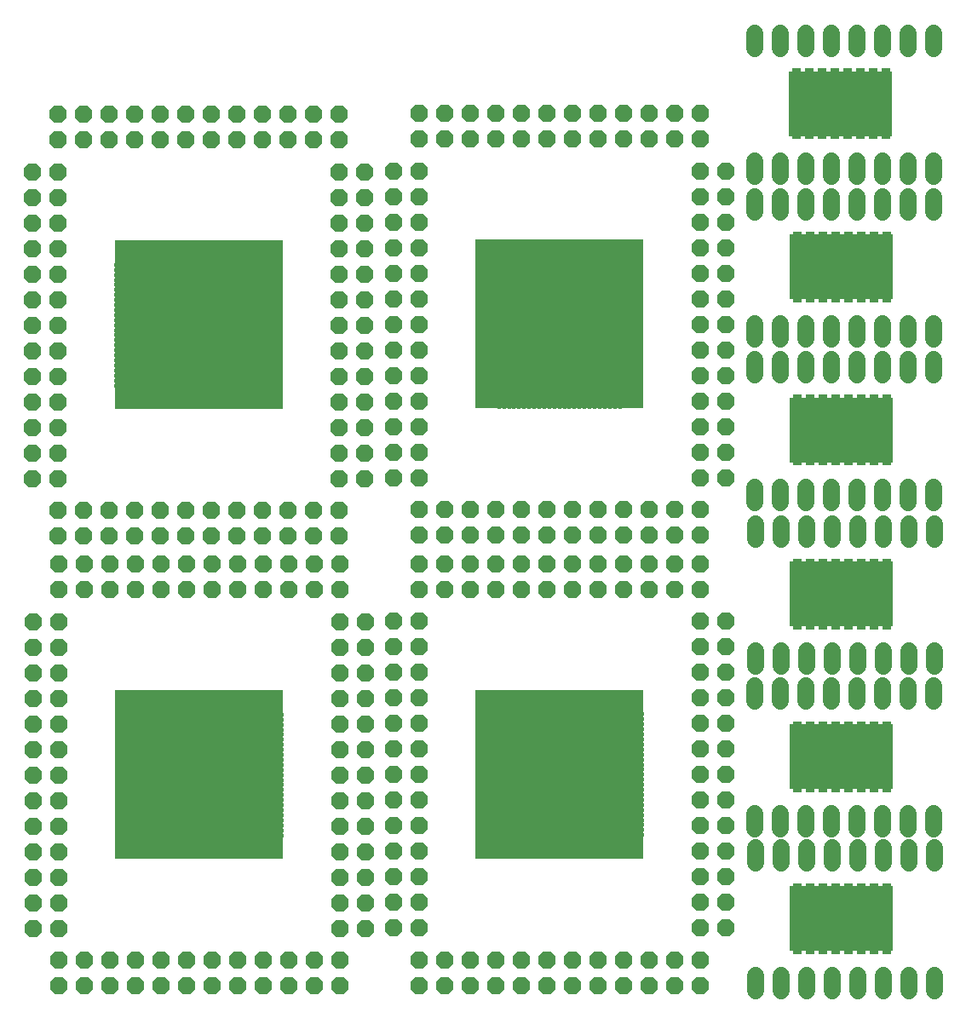
<source format=gbr>
G04 EAGLE Gerber X2 export*
%TF.Part,Single*%
%TF.FileFunction,Soldermask,Top,1*%
%TF.FilePolarity,Negative*%
%TF.GenerationSoftware,Autodesk,EAGLE,8.7.0*%
%TF.CreationDate,2018-03-14T20:50:37Z*%
G75*
%MOMM*%
%FSLAX34Y34*%
%LPD*%
%AMOC8*
5,1,8,0,0,1.08239X$1,22.5*%
G01*
%ADD10R,1.012500X0.400000*%
%ADD11R,0.400000X1.012500*%
%ADD12P,1.869504X8X292.500000*%
%ADD13P,1.869504X8X22.500000*%
%ADD14C,1.727200*%
%ADD15R,0.838200X1.727200*%

G36*
X622292Y589477D02*
X622292Y589477D01*
X622343Y589479D01*
X622375Y589497D01*
X622411Y589505D01*
X622450Y589538D01*
X622495Y589562D01*
X622516Y589592D01*
X622544Y589615D01*
X622565Y589662D01*
X622595Y589704D01*
X622603Y589746D01*
X622615Y589774D01*
X622614Y589804D01*
X622622Y589846D01*
X622622Y756846D01*
X622611Y756896D01*
X622609Y756947D01*
X622591Y756979D01*
X622583Y757015D01*
X622550Y757054D01*
X622526Y757099D01*
X622496Y757120D01*
X622473Y757148D01*
X622426Y757169D01*
X622384Y757199D01*
X622342Y757207D01*
X622314Y757219D01*
X622284Y757218D01*
X622242Y757226D01*
X456242Y757226D01*
X456192Y757215D01*
X456141Y757213D01*
X456109Y757195D01*
X456073Y757187D01*
X456034Y757154D01*
X455989Y757130D01*
X455968Y757100D01*
X455940Y757077D01*
X455919Y757030D01*
X455889Y756988D01*
X455881Y756946D01*
X455869Y756918D01*
X455870Y756888D01*
X455862Y756846D01*
X455862Y589846D01*
X455873Y589796D01*
X455875Y589745D01*
X455893Y589713D01*
X455901Y589677D01*
X455934Y589638D01*
X455958Y589593D01*
X455988Y589572D01*
X456011Y589544D01*
X456058Y589523D01*
X456100Y589493D01*
X456142Y589485D01*
X456170Y589473D01*
X456200Y589474D01*
X456242Y589466D01*
X622242Y589466D01*
X622292Y589477D01*
G37*
G36*
X263644Y588715D02*
X263644Y588715D01*
X263695Y588717D01*
X263727Y588735D01*
X263763Y588743D01*
X263802Y588776D01*
X263847Y588800D01*
X263868Y588830D01*
X263896Y588853D01*
X263917Y588900D01*
X263947Y588942D01*
X263955Y588984D01*
X263967Y589012D01*
X263966Y589042D01*
X263974Y589084D01*
X263974Y756084D01*
X263963Y756134D01*
X263961Y756185D01*
X263943Y756217D01*
X263935Y756253D01*
X263902Y756292D01*
X263878Y756337D01*
X263848Y756358D01*
X263825Y756386D01*
X263778Y756407D01*
X263736Y756437D01*
X263694Y756445D01*
X263666Y756457D01*
X263636Y756456D01*
X263594Y756464D01*
X97594Y756464D01*
X97544Y756453D01*
X97493Y756451D01*
X97461Y756433D01*
X97425Y756425D01*
X97386Y756392D01*
X97341Y756368D01*
X97320Y756338D01*
X97292Y756315D01*
X97271Y756268D01*
X97241Y756226D01*
X97233Y756184D01*
X97221Y756156D01*
X97222Y756126D01*
X97214Y756084D01*
X97214Y589084D01*
X97225Y589034D01*
X97227Y588983D01*
X97245Y588951D01*
X97253Y588915D01*
X97286Y588876D01*
X97310Y588831D01*
X97340Y588810D01*
X97363Y588782D01*
X97410Y588761D01*
X97452Y588731D01*
X97494Y588723D01*
X97522Y588711D01*
X97552Y588712D01*
X97594Y588704D01*
X263594Y588704D01*
X263644Y588715D01*
G37*
G36*
X622546Y141929D02*
X622546Y141929D01*
X622597Y141931D01*
X622629Y141949D01*
X622665Y141957D01*
X622704Y141990D01*
X622749Y142014D01*
X622770Y142044D01*
X622798Y142067D01*
X622819Y142114D01*
X622849Y142156D01*
X622857Y142198D01*
X622869Y142226D01*
X622868Y142256D01*
X622876Y142298D01*
X622876Y309298D01*
X622865Y309348D01*
X622863Y309399D01*
X622845Y309431D01*
X622837Y309467D01*
X622804Y309506D01*
X622780Y309551D01*
X622750Y309572D01*
X622727Y309600D01*
X622680Y309621D01*
X622638Y309651D01*
X622596Y309659D01*
X622568Y309671D01*
X622538Y309670D01*
X622496Y309678D01*
X456496Y309678D01*
X456446Y309667D01*
X456395Y309665D01*
X456363Y309647D01*
X456327Y309639D01*
X456288Y309606D01*
X456243Y309582D01*
X456222Y309552D01*
X456194Y309529D01*
X456173Y309482D01*
X456143Y309440D01*
X456135Y309398D01*
X456123Y309370D01*
X456124Y309340D01*
X456116Y309298D01*
X456116Y142298D01*
X456127Y142248D01*
X456129Y142197D01*
X456147Y142165D01*
X456155Y142129D01*
X456188Y142090D01*
X456212Y142045D01*
X456242Y142024D01*
X456265Y141996D01*
X456312Y141975D01*
X456354Y141945D01*
X456396Y141937D01*
X456424Y141925D01*
X456454Y141926D01*
X456496Y141918D01*
X622496Y141918D01*
X622546Y141929D01*
G37*
G36*
X264406Y141675D02*
X264406Y141675D01*
X264457Y141677D01*
X264489Y141695D01*
X264525Y141703D01*
X264564Y141736D01*
X264609Y141760D01*
X264630Y141790D01*
X264658Y141813D01*
X264679Y141860D01*
X264709Y141902D01*
X264717Y141944D01*
X264729Y141972D01*
X264728Y142002D01*
X264736Y142044D01*
X264736Y309044D01*
X264725Y309094D01*
X264723Y309145D01*
X264705Y309177D01*
X264697Y309213D01*
X264664Y309252D01*
X264640Y309297D01*
X264610Y309318D01*
X264587Y309346D01*
X264540Y309367D01*
X264498Y309397D01*
X264456Y309405D01*
X264428Y309417D01*
X264398Y309416D01*
X264356Y309424D01*
X98356Y309424D01*
X98306Y309413D01*
X98255Y309411D01*
X98223Y309393D01*
X98187Y309385D01*
X98148Y309352D01*
X98103Y309328D01*
X98082Y309298D01*
X98054Y309275D01*
X98033Y309228D01*
X98003Y309186D01*
X97995Y309144D01*
X97983Y309116D01*
X97984Y309086D01*
X97976Y309044D01*
X97976Y142044D01*
X97987Y141994D01*
X97989Y141943D01*
X98007Y141911D01*
X98015Y141875D01*
X98048Y141836D01*
X98072Y141791D01*
X98102Y141770D01*
X98125Y141742D01*
X98172Y141721D01*
X98214Y141691D01*
X98256Y141683D01*
X98284Y141671D01*
X98314Y141672D01*
X98356Y141664D01*
X264356Y141664D01*
X264406Y141675D01*
G37*
G36*
X869492Y859929D02*
X869492Y859929D01*
X869543Y859931D01*
X869575Y859949D01*
X869611Y859957D01*
X869650Y859990D01*
X869695Y860014D01*
X869716Y860044D01*
X869744Y860067D01*
X869765Y860114D01*
X869795Y860156D01*
X869803Y860198D01*
X869815Y860226D01*
X869814Y860256D01*
X869822Y860298D01*
X869822Y923798D01*
X869811Y923848D01*
X869809Y923899D01*
X869791Y923931D01*
X869783Y923967D01*
X869750Y924006D01*
X869726Y924051D01*
X869696Y924072D01*
X869673Y924100D01*
X869626Y924121D01*
X869584Y924151D01*
X869542Y924159D01*
X869514Y924171D01*
X869484Y924170D01*
X869442Y924178D01*
X767842Y924178D01*
X767792Y924167D01*
X767741Y924165D01*
X767709Y924147D01*
X767673Y924139D01*
X767634Y924106D01*
X767589Y924082D01*
X767568Y924052D01*
X767540Y924029D01*
X767519Y923982D01*
X767489Y923940D01*
X767481Y923898D01*
X767469Y923870D01*
X767470Y923840D01*
X767462Y923798D01*
X767462Y860298D01*
X767473Y860248D01*
X767475Y860197D01*
X767493Y860165D01*
X767501Y860129D01*
X767534Y860090D01*
X767558Y860045D01*
X767588Y860024D01*
X767611Y859996D01*
X767658Y859975D01*
X767700Y859945D01*
X767742Y859937D01*
X767770Y859925D01*
X767800Y859926D01*
X767842Y859918D01*
X869442Y859918D01*
X869492Y859929D01*
G37*
G36*
X870000Y697877D02*
X870000Y697877D01*
X870051Y697879D01*
X870083Y697897D01*
X870119Y697905D01*
X870158Y697938D01*
X870203Y697962D01*
X870224Y697992D01*
X870252Y698015D01*
X870273Y698062D01*
X870303Y698104D01*
X870311Y698146D01*
X870323Y698174D01*
X870322Y698204D01*
X870330Y698246D01*
X870330Y761746D01*
X870319Y761796D01*
X870317Y761847D01*
X870299Y761879D01*
X870291Y761915D01*
X870258Y761954D01*
X870234Y761999D01*
X870204Y762020D01*
X870181Y762048D01*
X870134Y762069D01*
X870092Y762099D01*
X870050Y762107D01*
X870022Y762119D01*
X869992Y762118D01*
X869950Y762126D01*
X768350Y762126D01*
X768300Y762115D01*
X768249Y762113D01*
X768217Y762095D01*
X768181Y762087D01*
X768142Y762054D01*
X768097Y762030D01*
X768076Y762000D01*
X768048Y761977D01*
X768027Y761930D01*
X767997Y761888D01*
X767989Y761846D01*
X767977Y761818D01*
X767978Y761788D01*
X767970Y761746D01*
X767970Y698246D01*
X767981Y698196D01*
X767983Y698145D01*
X768001Y698113D01*
X768009Y698077D01*
X768042Y698038D01*
X768066Y697993D01*
X768096Y697972D01*
X768119Y697944D01*
X768166Y697923D01*
X768208Y697893D01*
X768250Y697885D01*
X768278Y697873D01*
X768308Y697874D01*
X768350Y697866D01*
X869950Y697866D01*
X870000Y697877D01*
G37*
G36*
X870000Y535825D02*
X870000Y535825D01*
X870051Y535827D01*
X870083Y535845D01*
X870119Y535853D01*
X870158Y535886D01*
X870203Y535910D01*
X870224Y535940D01*
X870252Y535963D01*
X870273Y536010D01*
X870303Y536052D01*
X870311Y536094D01*
X870323Y536122D01*
X870322Y536152D01*
X870330Y536194D01*
X870330Y599694D01*
X870319Y599744D01*
X870317Y599795D01*
X870299Y599827D01*
X870291Y599863D01*
X870258Y599902D01*
X870234Y599947D01*
X870204Y599968D01*
X870181Y599996D01*
X870134Y600017D01*
X870092Y600047D01*
X870050Y600055D01*
X870022Y600067D01*
X869992Y600066D01*
X869950Y600074D01*
X768350Y600074D01*
X768300Y600063D01*
X768249Y600061D01*
X768217Y600043D01*
X768181Y600035D01*
X768142Y600002D01*
X768097Y599978D01*
X768076Y599948D01*
X768048Y599925D01*
X768027Y599878D01*
X767997Y599836D01*
X767989Y599794D01*
X767977Y599766D01*
X767978Y599736D01*
X767970Y599694D01*
X767970Y536194D01*
X767981Y536144D01*
X767983Y536093D01*
X768001Y536061D01*
X768009Y536025D01*
X768042Y535986D01*
X768066Y535941D01*
X768096Y535920D01*
X768119Y535892D01*
X768166Y535871D01*
X768208Y535841D01*
X768250Y535833D01*
X768278Y535821D01*
X768308Y535822D01*
X768350Y535814D01*
X869950Y535814D01*
X870000Y535825D01*
G37*
G36*
X870254Y372757D02*
X870254Y372757D01*
X870305Y372759D01*
X870337Y372777D01*
X870373Y372785D01*
X870412Y372818D01*
X870457Y372842D01*
X870478Y372872D01*
X870506Y372895D01*
X870527Y372942D01*
X870557Y372984D01*
X870565Y373026D01*
X870577Y373054D01*
X870576Y373084D01*
X870584Y373126D01*
X870584Y436626D01*
X870573Y436676D01*
X870571Y436727D01*
X870553Y436759D01*
X870545Y436795D01*
X870512Y436834D01*
X870488Y436879D01*
X870458Y436900D01*
X870435Y436928D01*
X870388Y436949D01*
X870346Y436979D01*
X870304Y436987D01*
X870276Y436999D01*
X870246Y436998D01*
X870204Y437006D01*
X768604Y437006D01*
X768554Y436995D01*
X768503Y436993D01*
X768471Y436975D01*
X768435Y436967D01*
X768396Y436934D01*
X768351Y436910D01*
X768330Y436880D01*
X768302Y436857D01*
X768281Y436810D01*
X768251Y436768D01*
X768243Y436726D01*
X768231Y436698D01*
X768232Y436668D01*
X768224Y436626D01*
X768224Y373126D01*
X768235Y373076D01*
X768237Y373025D01*
X768255Y372993D01*
X768263Y372957D01*
X768296Y372918D01*
X768320Y372873D01*
X768350Y372852D01*
X768373Y372824D01*
X768420Y372803D01*
X768462Y372773D01*
X768504Y372765D01*
X768532Y372753D01*
X768562Y372754D01*
X768604Y372746D01*
X870204Y372746D01*
X870254Y372757D01*
G37*
G36*
X870000Y211213D02*
X870000Y211213D01*
X870051Y211215D01*
X870083Y211233D01*
X870119Y211241D01*
X870158Y211274D01*
X870203Y211298D01*
X870224Y211328D01*
X870252Y211351D01*
X870273Y211398D01*
X870303Y211440D01*
X870311Y211482D01*
X870323Y211510D01*
X870322Y211540D01*
X870330Y211582D01*
X870330Y275082D01*
X870319Y275132D01*
X870317Y275183D01*
X870299Y275215D01*
X870291Y275251D01*
X870258Y275290D01*
X870234Y275335D01*
X870204Y275356D01*
X870181Y275384D01*
X870134Y275405D01*
X870092Y275435D01*
X870050Y275443D01*
X870022Y275455D01*
X869992Y275454D01*
X869950Y275462D01*
X768350Y275462D01*
X768300Y275451D01*
X768249Y275449D01*
X768217Y275431D01*
X768181Y275423D01*
X768142Y275390D01*
X768097Y275366D01*
X768076Y275336D01*
X768048Y275313D01*
X768027Y275266D01*
X767997Y275224D01*
X767989Y275182D01*
X767977Y275154D01*
X767978Y275124D01*
X767970Y275082D01*
X767970Y211582D01*
X767981Y211532D01*
X767983Y211481D01*
X768001Y211449D01*
X768009Y211413D01*
X768042Y211374D01*
X768066Y211329D01*
X768096Y211308D01*
X768119Y211280D01*
X768166Y211259D01*
X768208Y211229D01*
X768250Y211221D01*
X768278Y211209D01*
X768308Y211210D01*
X768350Y211202D01*
X869950Y211202D01*
X870000Y211213D01*
G37*
G36*
X870508Y50431D02*
X870508Y50431D01*
X870559Y50433D01*
X870591Y50451D01*
X870627Y50459D01*
X870666Y50492D01*
X870711Y50516D01*
X870732Y50546D01*
X870760Y50569D01*
X870781Y50616D01*
X870811Y50658D01*
X870819Y50700D01*
X870831Y50728D01*
X870830Y50758D01*
X870838Y50800D01*
X870838Y114300D01*
X870827Y114350D01*
X870825Y114401D01*
X870807Y114433D01*
X870799Y114469D01*
X870766Y114508D01*
X870742Y114553D01*
X870712Y114574D01*
X870689Y114602D01*
X870642Y114623D01*
X870600Y114653D01*
X870558Y114661D01*
X870530Y114673D01*
X870500Y114672D01*
X870458Y114680D01*
X768858Y114680D01*
X768808Y114669D01*
X768757Y114667D01*
X768725Y114649D01*
X768689Y114641D01*
X768650Y114608D01*
X768605Y114584D01*
X768584Y114554D01*
X768556Y114531D01*
X768535Y114484D01*
X768505Y114442D01*
X768497Y114400D01*
X768485Y114372D01*
X768486Y114342D01*
X768478Y114300D01*
X768478Y50800D01*
X768489Y50750D01*
X768491Y50699D01*
X768509Y50667D01*
X768517Y50631D01*
X768550Y50592D01*
X768574Y50547D01*
X768604Y50526D01*
X768627Y50498D01*
X768674Y50477D01*
X768716Y50447D01*
X768758Y50439D01*
X768786Y50427D01*
X768816Y50428D01*
X768858Y50420D01*
X870458Y50420D01*
X870508Y50431D01*
G37*
D10*
X102794Y285044D03*
X102794Y280044D03*
X102794Y275044D03*
X102794Y270044D03*
X102794Y265044D03*
X102794Y260044D03*
X102794Y255044D03*
X102794Y250044D03*
X102794Y245044D03*
X102794Y240044D03*
X102794Y235044D03*
X102794Y230044D03*
X102794Y225044D03*
X102794Y220044D03*
X102794Y215044D03*
X102794Y210044D03*
X102794Y205044D03*
X102794Y200044D03*
X102794Y195044D03*
X102794Y190044D03*
X102794Y185044D03*
X102794Y180044D03*
X102794Y175044D03*
X102794Y170044D03*
X102794Y165044D03*
D11*
X121356Y146482D03*
X126356Y146482D03*
X131356Y146482D03*
X136356Y146482D03*
X141356Y146482D03*
X146356Y146482D03*
X151356Y146482D03*
X156356Y146482D03*
X161356Y146482D03*
X166356Y146482D03*
X171356Y146482D03*
X176356Y146482D03*
X181356Y146482D03*
X186356Y146482D03*
X191356Y146482D03*
X196356Y146482D03*
X201356Y146482D03*
X206356Y146482D03*
X211356Y146482D03*
X216356Y146482D03*
X221356Y146482D03*
X226356Y146482D03*
X231356Y146482D03*
X236356Y146482D03*
X241356Y146482D03*
D10*
X259919Y165044D03*
X259919Y170044D03*
X259919Y175044D03*
X259919Y180044D03*
X259919Y185044D03*
X259919Y190044D03*
X259919Y195044D03*
X259919Y200044D03*
X259919Y205044D03*
X259919Y210044D03*
X259919Y215044D03*
X259919Y220044D03*
X259919Y225044D03*
X259919Y230044D03*
X259919Y235044D03*
X259919Y240044D03*
X259919Y245044D03*
X259919Y250044D03*
X259919Y255044D03*
X259919Y260044D03*
X259919Y265044D03*
X259919Y270044D03*
X259919Y275044D03*
X259919Y280044D03*
X259919Y285044D03*
D11*
X241356Y303607D03*
X236356Y303607D03*
X231356Y303607D03*
X226356Y303607D03*
X221356Y303607D03*
X216356Y303607D03*
X211356Y303607D03*
X206356Y303607D03*
X201356Y303607D03*
X196356Y303607D03*
X191356Y303607D03*
X186356Y303607D03*
X181356Y303607D03*
X176356Y303607D03*
X171356Y303607D03*
X166356Y303607D03*
X161356Y303607D03*
X156356Y303607D03*
X151356Y303607D03*
X146356Y303607D03*
X141356Y303607D03*
X136356Y303607D03*
X131356Y303607D03*
X126356Y303607D03*
X121356Y303607D03*
D12*
X16256Y377444D03*
X16256Y352044D03*
X16256Y326644D03*
X16256Y301244D03*
X16256Y275844D03*
X16256Y250444D03*
X41656Y377444D03*
X41656Y352044D03*
X41656Y326644D03*
X41656Y301244D03*
X41656Y275844D03*
X41656Y250444D03*
X16256Y225044D03*
X41656Y225044D03*
X16256Y199644D03*
X16256Y174244D03*
X16256Y148844D03*
X16256Y123444D03*
X16256Y98044D03*
X16256Y72644D03*
X41656Y199644D03*
X41656Y174244D03*
X41656Y148844D03*
X41656Y123444D03*
X41656Y98044D03*
X41656Y72644D03*
X321056Y377444D03*
X321056Y352044D03*
X321056Y326644D03*
X321056Y301244D03*
X321056Y275844D03*
X321056Y250444D03*
X346456Y377444D03*
X346456Y352044D03*
X346456Y326644D03*
X346456Y301244D03*
X346456Y275844D03*
X346456Y250444D03*
X321056Y225044D03*
X346456Y225044D03*
X321056Y199644D03*
X321056Y174244D03*
X321056Y148844D03*
X321056Y123444D03*
X321056Y98044D03*
X321056Y72644D03*
X346456Y199644D03*
X346456Y174244D03*
X346456Y148844D03*
X346456Y123444D03*
X346456Y98044D03*
X346456Y72644D03*
D13*
X41656Y409194D03*
X67056Y409194D03*
X92456Y409194D03*
X117856Y409194D03*
X143256Y409194D03*
X168656Y409194D03*
X41656Y434594D03*
X67056Y434594D03*
X92456Y434594D03*
X117856Y434594D03*
X143256Y434594D03*
X168656Y434594D03*
X194056Y409194D03*
X219456Y409194D03*
X244856Y409194D03*
X270256Y409194D03*
X295656Y409194D03*
X321056Y409194D03*
X194056Y434594D03*
X219456Y434594D03*
X244856Y434594D03*
X270256Y434594D03*
X295656Y434594D03*
X321056Y434594D03*
X41656Y15494D03*
X67056Y15494D03*
X92456Y15494D03*
X117856Y15494D03*
X143256Y15494D03*
X168656Y15494D03*
X41656Y40894D03*
X67056Y40894D03*
X92456Y40894D03*
X117856Y40894D03*
X143256Y40894D03*
X168656Y40894D03*
X194056Y15494D03*
X219456Y15494D03*
X244856Y15494D03*
X270256Y15494D03*
X295656Y15494D03*
X321056Y15494D03*
X194056Y40894D03*
X219456Y40894D03*
X244856Y40894D03*
X270256Y40894D03*
X295656Y40894D03*
X321056Y40894D03*
D10*
X460934Y285298D03*
X460934Y280298D03*
X460934Y275298D03*
X460934Y270298D03*
X460934Y265298D03*
X460934Y260298D03*
X460934Y255298D03*
X460934Y250298D03*
X460934Y245298D03*
X460934Y240298D03*
X460934Y235298D03*
X460934Y230298D03*
X460934Y225298D03*
X460934Y220298D03*
X460934Y215298D03*
X460934Y210298D03*
X460934Y205298D03*
X460934Y200298D03*
X460934Y195298D03*
X460934Y190298D03*
X460934Y185298D03*
X460934Y180298D03*
X460934Y175298D03*
X460934Y170298D03*
X460934Y165298D03*
D11*
X479496Y146736D03*
X484496Y146736D03*
X489496Y146736D03*
X494496Y146736D03*
X499496Y146736D03*
X504496Y146736D03*
X509496Y146736D03*
X514496Y146736D03*
X519496Y146736D03*
X524496Y146736D03*
X529496Y146736D03*
X534496Y146736D03*
X539496Y146736D03*
X544496Y146736D03*
X549496Y146736D03*
X554496Y146736D03*
X559496Y146736D03*
X564496Y146736D03*
X569496Y146736D03*
X574496Y146736D03*
X579496Y146736D03*
X584496Y146736D03*
X589496Y146736D03*
X594496Y146736D03*
X599496Y146736D03*
D10*
X618059Y165298D03*
X618059Y170298D03*
X618059Y175298D03*
X618059Y180298D03*
X618059Y185298D03*
X618059Y190298D03*
X618059Y195298D03*
X618059Y200298D03*
X618059Y205298D03*
X618059Y210298D03*
X618059Y215298D03*
X618059Y220298D03*
X618059Y225298D03*
X618059Y230298D03*
X618059Y235298D03*
X618059Y240298D03*
X618059Y245298D03*
X618059Y250298D03*
X618059Y255298D03*
X618059Y260298D03*
X618059Y265298D03*
X618059Y270298D03*
X618059Y275298D03*
X618059Y280298D03*
X618059Y285298D03*
D11*
X599496Y303861D03*
X594496Y303861D03*
X589496Y303861D03*
X584496Y303861D03*
X579496Y303861D03*
X574496Y303861D03*
X569496Y303861D03*
X564496Y303861D03*
X559496Y303861D03*
X554496Y303861D03*
X549496Y303861D03*
X544496Y303861D03*
X539496Y303861D03*
X534496Y303861D03*
X529496Y303861D03*
X524496Y303861D03*
X519496Y303861D03*
X514496Y303861D03*
X509496Y303861D03*
X504496Y303861D03*
X499496Y303861D03*
X494496Y303861D03*
X489496Y303861D03*
X484496Y303861D03*
X479496Y303861D03*
D12*
X374396Y377698D03*
X374396Y352298D03*
X374396Y326898D03*
X374396Y301498D03*
X374396Y276098D03*
X374396Y250698D03*
X399796Y377698D03*
X399796Y352298D03*
X399796Y326898D03*
X399796Y301498D03*
X399796Y276098D03*
X399796Y250698D03*
X374396Y225298D03*
X399796Y225298D03*
X374396Y199898D03*
X374396Y174498D03*
X374396Y149098D03*
X374396Y123698D03*
X374396Y98298D03*
X374396Y72898D03*
X399796Y199898D03*
X399796Y174498D03*
X399796Y149098D03*
X399796Y123698D03*
X399796Y98298D03*
X399796Y72898D03*
X679196Y377698D03*
X679196Y352298D03*
X679196Y326898D03*
X679196Y301498D03*
X679196Y276098D03*
X679196Y250698D03*
X704596Y377698D03*
X704596Y352298D03*
X704596Y326898D03*
X704596Y301498D03*
X704596Y276098D03*
X704596Y250698D03*
X679196Y225298D03*
X704596Y225298D03*
X679196Y199898D03*
X679196Y174498D03*
X679196Y149098D03*
X679196Y123698D03*
X679196Y98298D03*
X679196Y72898D03*
X704596Y199898D03*
X704596Y174498D03*
X704596Y149098D03*
X704596Y123698D03*
X704596Y98298D03*
X704596Y72898D03*
D13*
X399796Y409448D03*
X425196Y409448D03*
X450596Y409448D03*
X475996Y409448D03*
X501396Y409448D03*
X526796Y409448D03*
X399796Y434848D03*
X425196Y434848D03*
X450596Y434848D03*
X475996Y434848D03*
X501396Y434848D03*
X526796Y434848D03*
X552196Y409448D03*
X577596Y409448D03*
X602996Y409448D03*
X628396Y409448D03*
X653796Y409448D03*
X679196Y409448D03*
X552196Y434848D03*
X577596Y434848D03*
X602996Y434848D03*
X628396Y434848D03*
X653796Y434848D03*
X679196Y434848D03*
X399796Y15748D03*
X425196Y15748D03*
X450596Y15748D03*
X475996Y15748D03*
X501396Y15748D03*
X526796Y15748D03*
X399796Y41148D03*
X425196Y41148D03*
X450596Y41148D03*
X475996Y41148D03*
X501396Y41148D03*
X526796Y41148D03*
X552196Y15748D03*
X577596Y15748D03*
X602996Y15748D03*
X628396Y15748D03*
X653796Y15748D03*
X679196Y15748D03*
X552196Y41148D03*
X577596Y41148D03*
X602996Y41148D03*
X628396Y41148D03*
X653796Y41148D03*
X679196Y41148D03*
D10*
X102032Y732084D03*
X102032Y727084D03*
X102032Y722084D03*
X102032Y717084D03*
X102032Y712084D03*
X102032Y707084D03*
X102032Y702084D03*
X102032Y697084D03*
X102032Y692084D03*
X102032Y687084D03*
X102032Y682084D03*
X102032Y677084D03*
X102032Y672084D03*
X102032Y667084D03*
X102032Y662084D03*
X102032Y657084D03*
X102032Y652084D03*
X102032Y647084D03*
X102032Y642084D03*
X102032Y637084D03*
X102032Y632084D03*
X102032Y627084D03*
X102032Y622084D03*
X102032Y617084D03*
X102032Y612084D03*
D11*
X120594Y593522D03*
X125594Y593522D03*
X130594Y593522D03*
X135594Y593522D03*
X140594Y593522D03*
X145594Y593522D03*
X150594Y593522D03*
X155594Y593522D03*
X160594Y593522D03*
X165594Y593522D03*
X170594Y593522D03*
X175594Y593522D03*
X180594Y593522D03*
X185594Y593522D03*
X190594Y593522D03*
X195594Y593522D03*
X200594Y593522D03*
X205594Y593522D03*
X210594Y593522D03*
X215594Y593522D03*
X220594Y593522D03*
X225594Y593522D03*
X230594Y593522D03*
X235594Y593522D03*
X240594Y593522D03*
D10*
X259157Y612084D03*
X259157Y617084D03*
X259157Y622084D03*
X259157Y627084D03*
X259157Y632084D03*
X259157Y637084D03*
X259157Y642084D03*
X259157Y647084D03*
X259157Y652084D03*
X259157Y657084D03*
X259157Y662084D03*
X259157Y667084D03*
X259157Y672084D03*
X259157Y677084D03*
X259157Y682084D03*
X259157Y687084D03*
X259157Y692084D03*
X259157Y697084D03*
X259157Y702084D03*
X259157Y707084D03*
X259157Y712084D03*
X259157Y717084D03*
X259157Y722084D03*
X259157Y727084D03*
X259157Y732084D03*
D11*
X240594Y750647D03*
X235594Y750647D03*
X230594Y750647D03*
X225594Y750647D03*
X220594Y750647D03*
X215594Y750647D03*
X210594Y750647D03*
X205594Y750647D03*
X200594Y750647D03*
X195594Y750647D03*
X190594Y750647D03*
X185594Y750647D03*
X180594Y750647D03*
X175594Y750647D03*
X170594Y750647D03*
X165594Y750647D03*
X160594Y750647D03*
X155594Y750647D03*
X150594Y750647D03*
X145594Y750647D03*
X140594Y750647D03*
X135594Y750647D03*
X130594Y750647D03*
X125594Y750647D03*
X120594Y750647D03*
D12*
X15494Y824484D03*
X15494Y799084D03*
X15494Y773684D03*
X15494Y748284D03*
X15494Y722884D03*
X15494Y697484D03*
X40894Y824484D03*
X40894Y799084D03*
X40894Y773684D03*
X40894Y748284D03*
X40894Y722884D03*
X40894Y697484D03*
X15494Y672084D03*
X40894Y672084D03*
X15494Y646684D03*
X15494Y621284D03*
X15494Y595884D03*
X15494Y570484D03*
X15494Y545084D03*
X15494Y519684D03*
X40894Y646684D03*
X40894Y621284D03*
X40894Y595884D03*
X40894Y570484D03*
X40894Y545084D03*
X40894Y519684D03*
X320294Y824484D03*
X320294Y799084D03*
X320294Y773684D03*
X320294Y748284D03*
X320294Y722884D03*
X320294Y697484D03*
X345694Y824484D03*
X345694Y799084D03*
X345694Y773684D03*
X345694Y748284D03*
X345694Y722884D03*
X345694Y697484D03*
X320294Y672084D03*
X345694Y672084D03*
X320294Y646684D03*
X320294Y621284D03*
X320294Y595884D03*
X320294Y570484D03*
X320294Y545084D03*
X320294Y519684D03*
X345694Y646684D03*
X345694Y621284D03*
X345694Y595884D03*
X345694Y570484D03*
X345694Y545084D03*
X345694Y519684D03*
D13*
X40894Y856234D03*
X66294Y856234D03*
X91694Y856234D03*
X117094Y856234D03*
X142494Y856234D03*
X167894Y856234D03*
X40894Y881634D03*
X66294Y881634D03*
X91694Y881634D03*
X117094Y881634D03*
X142494Y881634D03*
X167894Y881634D03*
X193294Y856234D03*
X218694Y856234D03*
X244094Y856234D03*
X269494Y856234D03*
X294894Y856234D03*
X320294Y856234D03*
X193294Y881634D03*
X218694Y881634D03*
X244094Y881634D03*
X269494Y881634D03*
X294894Y881634D03*
X320294Y881634D03*
X40894Y462534D03*
X66294Y462534D03*
X91694Y462534D03*
X117094Y462534D03*
X142494Y462534D03*
X167894Y462534D03*
X40894Y487934D03*
X66294Y487934D03*
X91694Y487934D03*
X117094Y487934D03*
X142494Y487934D03*
X167894Y487934D03*
X193294Y462534D03*
X218694Y462534D03*
X244094Y462534D03*
X269494Y462534D03*
X294894Y462534D03*
X320294Y462534D03*
X193294Y487934D03*
X218694Y487934D03*
X244094Y487934D03*
X269494Y487934D03*
X294894Y487934D03*
X320294Y487934D03*
D10*
X460680Y732846D03*
X460680Y727846D03*
X460680Y722846D03*
X460680Y717846D03*
X460680Y712846D03*
X460680Y707846D03*
X460680Y702846D03*
X460680Y697846D03*
X460680Y692846D03*
X460680Y687846D03*
X460680Y682846D03*
X460680Y677846D03*
X460680Y672846D03*
X460680Y667846D03*
X460680Y662846D03*
X460680Y657846D03*
X460680Y652846D03*
X460680Y647846D03*
X460680Y642846D03*
X460680Y637846D03*
X460680Y632846D03*
X460680Y627846D03*
X460680Y622846D03*
X460680Y617846D03*
X460680Y612846D03*
D11*
X479242Y594284D03*
X484242Y594284D03*
X489242Y594284D03*
X494242Y594284D03*
X499242Y594284D03*
X504242Y594284D03*
X509242Y594284D03*
X514242Y594284D03*
X519242Y594284D03*
X524242Y594284D03*
X529242Y594284D03*
X534242Y594284D03*
X539242Y594284D03*
X544242Y594284D03*
X549242Y594284D03*
X554242Y594284D03*
X559242Y594284D03*
X564242Y594284D03*
X569242Y594284D03*
X574242Y594284D03*
X579242Y594284D03*
X584242Y594284D03*
X589242Y594284D03*
X594242Y594284D03*
X599242Y594284D03*
D10*
X617805Y612846D03*
X617805Y617846D03*
X617805Y622846D03*
X617805Y627846D03*
X617805Y632846D03*
X617805Y637846D03*
X617805Y642846D03*
X617805Y647846D03*
X617805Y652846D03*
X617805Y657846D03*
X617805Y662846D03*
X617805Y667846D03*
X617805Y672846D03*
X617805Y677846D03*
X617805Y682846D03*
X617805Y687846D03*
X617805Y692846D03*
X617805Y697846D03*
X617805Y702846D03*
X617805Y707846D03*
X617805Y712846D03*
X617805Y717846D03*
X617805Y722846D03*
X617805Y727846D03*
X617805Y732846D03*
D11*
X599242Y751409D03*
X594242Y751409D03*
X589242Y751409D03*
X584242Y751409D03*
X579242Y751409D03*
X574242Y751409D03*
X569242Y751409D03*
X564242Y751409D03*
X559242Y751409D03*
X554242Y751409D03*
X549242Y751409D03*
X544242Y751409D03*
X539242Y751409D03*
X534242Y751409D03*
X529242Y751409D03*
X524242Y751409D03*
X519242Y751409D03*
X514242Y751409D03*
X509242Y751409D03*
X504242Y751409D03*
X499242Y751409D03*
X494242Y751409D03*
X489242Y751409D03*
X484242Y751409D03*
X479242Y751409D03*
D12*
X374142Y825246D03*
X374142Y799846D03*
X374142Y774446D03*
X374142Y749046D03*
X374142Y723646D03*
X374142Y698246D03*
X399542Y825246D03*
X399542Y799846D03*
X399542Y774446D03*
X399542Y749046D03*
X399542Y723646D03*
X399542Y698246D03*
X374142Y672846D03*
X399542Y672846D03*
X374142Y647446D03*
X374142Y622046D03*
X374142Y596646D03*
X374142Y571246D03*
X374142Y545846D03*
X374142Y520446D03*
X399542Y647446D03*
X399542Y622046D03*
X399542Y596646D03*
X399542Y571246D03*
X399542Y545846D03*
X399542Y520446D03*
X678942Y825246D03*
X678942Y799846D03*
X678942Y774446D03*
X678942Y749046D03*
X678942Y723646D03*
X678942Y698246D03*
X704342Y825246D03*
X704342Y799846D03*
X704342Y774446D03*
X704342Y749046D03*
X704342Y723646D03*
X704342Y698246D03*
X678942Y672846D03*
X704342Y672846D03*
X678942Y647446D03*
X678942Y622046D03*
X678942Y596646D03*
X678942Y571246D03*
X678942Y545846D03*
X678942Y520446D03*
X704342Y647446D03*
X704342Y622046D03*
X704342Y596646D03*
X704342Y571246D03*
X704342Y545846D03*
X704342Y520446D03*
D13*
X399542Y856996D03*
X424942Y856996D03*
X450342Y856996D03*
X475742Y856996D03*
X501142Y856996D03*
X526542Y856996D03*
X399542Y882396D03*
X424942Y882396D03*
X450342Y882396D03*
X475742Y882396D03*
X501142Y882396D03*
X526542Y882396D03*
X551942Y856996D03*
X577342Y856996D03*
X602742Y856996D03*
X628142Y856996D03*
X653542Y856996D03*
X678942Y856996D03*
X551942Y882396D03*
X577342Y882396D03*
X602742Y882396D03*
X628142Y882396D03*
X653542Y882396D03*
X678942Y882396D03*
X399542Y463296D03*
X424942Y463296D03*
X450342Y463296D03*
X475742Y463296D03*
X501142Y463296D03*
X526542Y463296D03*
X399542Y488696D03*
X424942Y488696D03*
X450342Y488696D03*
X475742Y488696D03*
X501142Y488696D03*
X526542Y488696D03*
X551942Y463296D03*
X577342Y463296D03*
X602742Y463296D03*
X628142Y463296D03*
X653542Y463296D03*
X678942Y463296D03*
X551942Y488696D03*
X577342Y488696D03*
X602742Y488696D03*
X628142Y488696D03*
X653542Y488696D03*
X678942Y488696D03*
D14*
X734158Y152620D02*
X734158Y137380D01*
X759558Y137380D02*
X759558Y152620D01*
X784958Y152620D02*
X784958Y137380D01*
X810358Y137380D02*
X810358Y152620D01*
X835758Y152620D02*
X835758Y137380D01*
X861158Y137380D02*
X861158Y152620D01*
X886558Y152620D02*
X886558Y137380D01*
X911958Y137380D02*
X911958Y152620D01*
X734158Y25640D02*
X734158Y10400D01*
X759558Y10400D02*
X759558Y25640D01*
X784958Y25640D02*
X784958Y10400D01*
X810358Y10400D02*
X810358Y25640D01*
X835758Y25640D02*
X835758Y10400D01*
X861158Y10400D02*
X861158Y25640D01*
X886558Y25640D02*
X886558Y10400D01*
X911958Y10400D02*
X911958Y25640D01*
D15*
X865008Y109170D03*
X852308Y109170D03*
X839608Y109170D03*
X826908Y109170D03*
X814208Y109170D03*
X801508Y109170D03*
X788808Y109170D03*
X776108Y109170D03*
X776108Y55830D03*
X788808Y55830D03*
X801508Y55830D03*
X814208Y55830D03*
X826908Y55830D03*
X839608Y55830D03*
X852308Y55830D03*
X865008Y55830D03*
D14*
X733650Y298162D02*
X733650Y313402D01*
X759050Y313402D02*
X759050Y298162D01*
X784450Y298162D02*
X784450Y313402D01*
X809850Y313402D02*
X809850Y298162D01*
X835250Y298162D02*
X835250Y313402D01*
X860650Y313402D02*
X860650Y298162D01*
X886050Y298162D02*
X886050Y313402D01*
X911450Y313402D02*
X911450Y298162D01*
X733650Y186422D02*
X733650Y171182D01*
X759050Y171182D02*
X759050Y186422D01*
X784450Y186422D02*
X784450Y171182D01*
X809850Y171182D02*
X809850Y186422D01*
X835250Y186422D02*
X835250Y171182D01*
X860650Y171182D02*
X860650Y186422D01*
X886050Y186422D02*
X886050Y171182D01*
X911450Y171182D02*
X911450Y186422D01*
D15*
X864500Y269952D03*
X851800Y269952D03*
X839100Y269952D03*
X826400Y269952D03*
X813700Y269952D03*
X801000Y269952D03*
X788300Y269952D03*
X775600Y269952D03*
X775600Y216612D03*
X788300Y216612D03*
X801000Y216612D03*
X813700Y216612D03*
X826400Y216612D03*
X839100Y216612D03*
X851800Y216612D03*
X864500Y216612D03*
D14*
X733904Y459706D02*
X733904Y474946D01*
X759304Y474946D02*
X759304Y459706D01*
X784704Y459706D02*
X784704Y474946D01*
X810104Y474946D02*
X810104Y459706D01*
X835504Y459706D02*
X835504Y474946D01*
X860904Y474946D02*
X860904Y459706D01*
X886304Y459706D02*
X886304Y474946D01*
X911704Y474946D02*
X911704Y459706D01*
X733904Y347966D02*
X733904Y332726D01*
X759304Y332726D02*
X759304Y347966D01*
X784704Y347966D02*
X784704Y332726D01*
X810104Y332726D02*
X810104Y347966D01*
X835504Y347966D02*
X835504Y332726D01*
X860904Y332726D02*
X860904Y347966D01*
X886304Y347966D02*
X886304Y332726D01*
X911704Y332726D02*
X911704Y347966D01*
D15*
X864754Y431496D03*
X852054Y431496D03*
X839354Y431496D03*
X826654Y431496D03*
X813954Y431496D03*
X801254Y431496D03*
X788554Y431496D03*
X775854Y431496D03*
X775854Y378156D03*
X788554Y378156D03*
X801254Y378156D03*
X813954Y378156D03*
X826654Y378156D03*
X839354Y378156D03*
X852054Y378156D03*
X864754Y378156D03*
D14*
X733650Y622774D02*
X733650Y638014D01*
X759050Y638014D02*
X759050Y622774D01*
X784450Y622774D02*
X784450Y638014D01*
X809850Y638014D02*
X809850Y622774D01*
X835250Y622774D02*
X835250Y638014D01*
X860650Y638014D02*
X860650Y622774D01*
X886050Y622774D02*
X886050Y638014D01*
X911450Y638014D02*
X911450Y622774D01*
X733650Y511034D02*
X733650Y495794D01*
X759050Y495794D02*
X759050Y511034D01*
X784450Y511034D02*
X784450Y495794D01*
X809850Y495794D02*
X809850Y511034D01*
X835250Y511034D02*
X835250Y495794D01*
X860650Y495794D02*
X860650Y511034D01*
X886050Y511034D02*
X886050Y495794D01*
X911450Y495794D02*
X911450Y511034D01*
D15*
X864500Y594564D03*
X851800Y594564D03*
X839100Y594564D03*
X826400Y594564D03*
X813700Y594564D03*
X801000Y594564D03*
X788300Y594564D03*
X775600Y594564D03*
X775600Y541224D03*
X788300Y541224D03*
X801000Y541224D03*
X813700Y541224D03*
X826400Y541224D03*
X839100Y541224D03*
X851800Y541224D03*
X864500Y541224D03*
D14*
X733650Y784826D02*
X733650Y800066D01*
X759050Y800066D02*
X759050Y784826D01*
X784450Y784826D02*
X784450Y800066D01*
X809850Y800066D02*
X809850Y784826D01*
X835250Y784826D02*
X835250Y800066D01*
X860650Y800066D02*
X860650Y784826D01*
X886050Y784826D02*
X886050Y800066D01*
X911450Y800066D02*
X911450Y784826D01*
X733650Y673086D02*
X733650Y657846D01*
X759050Y657846D02*
X759050Y673086D01*
X784450Y673086D02*
X784450Y657846D01*
X809850Y657846D02*
X809850Y673086D01*
X835250Y673086D02*
X835250Y657846D01*
X860650Y657846D02*
X860650Y673086D01*
X886050Y673086D02*
X886050Y657846D01*
X911450Y657846D02*
X911450Y673086D01*
D15*
X864500Y756616D03*
X851800Y756616D03*
X839100Y756616D03*
X826400Y756616D03*
X813700Y756616D03*
X801000Y756616D03*
X788300Y756616D03*
X775600Y756616D03*
X775600Y703276D03*
X788300Y703276D03*
X801000Y703276D03*
X813700Y703276D03*
X826400Y703276D03*
X839100Y703276D03*
X851800Y703276D03*
X864500Y703276D03*
D14*
X733142Y946878D02*
X733142Y962118D01*
X758542Y962118D02*
X758542Y946878D01*
X783942Y946878D02*
X783942Y962118D01*
X809342Y962118D02*
X809342Y946878D01*
X834742Y946878D02*
X834742Y962118D01*
X860142Y962118D02*
X860142Y946878D01*
X885542Y946878D02*
X885542Y962118D01*
X910942Y962118D02*
X910942Y946878D01*
X733142Y835138D02*
X733142Y819898D01*
X758542Y819898D02*
X758542Y835138D01*
X783942Y835138D02*
X783942Y819898D01*
X809342Y819898D02*
X809342Y835138D01*
X834742Y835138D02*
X834742Y819898D01*
X860142Y819898D02*
X860142Y835138D01*
X885542Y835138D02*
X885542Y819898D01*
X910942Y819898D02*
X910942Y835138D01*
D15*
X863992Y918668D03*
X851292Y918668D03*
X838592Y918668D03*
X825892Y918668D03*
X813192Y918668D03*
X800492Y918668D03*
X787792Y918668D03*
X775092Y918668D03*
X775092Y865328D03*
X787792Y865328D03*
X800492Y865328D03*
X813192Y865328D03*
X825892Y865328D03*
X838592Y865328D03*
X851292Y865328D03*
X863992Y865328D03*
M02*

</source>
